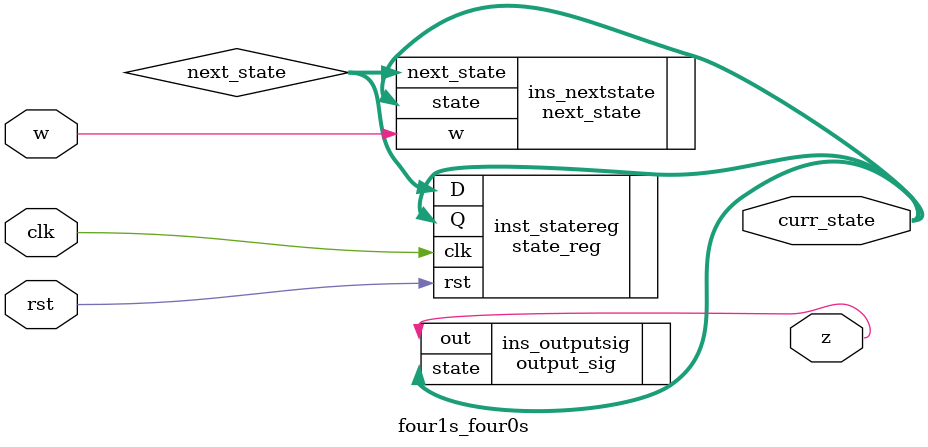
<source format=v>
module four1s_four0s(w, z, rst, clk, curr_state);

input w,rst,clk;
output z;
output [3:0] curr_state;
wire [3:0] next_state;

state_reg inst_statereg(.D(next_state),.clk(clk),.rst(rst),.Q(curr_state));

next_state ins_nextstate(.w(w), .state(curr_state), .next_state(next_state));

output_sig ins_outputsig(.state(curr_state), .out(z));

endmodule
</source>
